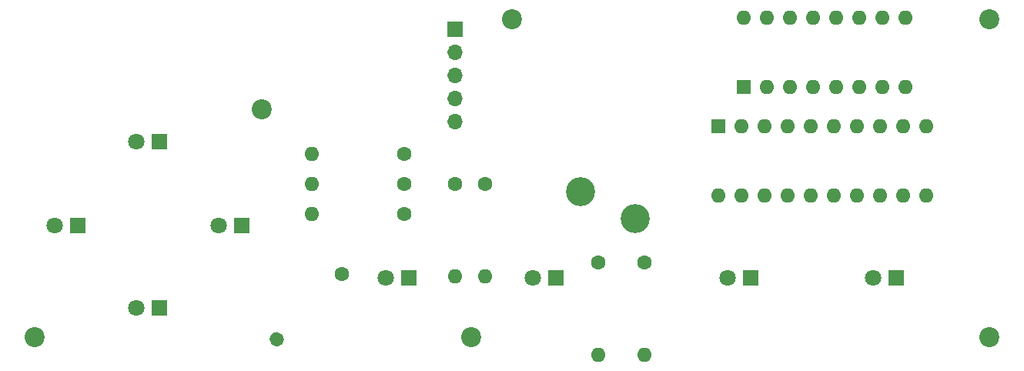
<source format=gbs>
%TF.GenerationSoftware,KiCad,Pcbnew,5.1.10-88a1d61d58~88~ubuntu20.04.1*%
%TF.CreationDate,2021-05-28T03:57:09-05:00*%
%TF.ProjectId,vizboard-nes,76697a62-6f61-4726-942d-6e65732e6b69,rev?*%
%TF.SameCoordinates,Original*%
%TF.FileFunction,Soldermask,Bot*%
%TF.FilePolarity,Negative*%
%FSLAX46Y46*%
G04 Gerber Fmt 4.6, Leading zero omitted, Abs format (unit mm)*
G04 Created by KiCad (PCBNEW 5.1.10-88a1d61d58~88~ubuntu20.04.1) date 2021-05-28 03:57:09*
%MOMM*%
%LPD*%
G01*
G04 APERTURE LIST*
%ADD10C,2.200000*%
%ADD11C,3.200000*%
%ADD12O,1.600000X1.600000*%
%ADD13R,1.600000X1.600000*%
%ADD14C,1.600000*%
%ADD15O,1.700000X1.700000*%
%ADD16R,1.700000X1.700000*%
%ADD17C,1.800000*%
%ADD18R,1.800000X1.800000*%
G04 APERTURE END LIST*
D10*
%TO.C,REF\u002A\u002A*%
X103709500Y-77242500D03*
%TD*%
%TO.C,REF\u002A\u002A*%
X131205000Y-67273000D03*
%TD*%
%TO.C,REF\u002A\u002A*%
X183719500Y-67273000D03*
%TD*%
%TO.C,REF\u002A\u002A*%
X183719500Y-102261500D03*
%TD*%
%TO.C,REF\u002A\u002A*%
X78690500Y-102261500D03*
%TD*%
%TO.C,REF\u002A\u002A*%
X126696500Y-102261500D03*
%TD*%
D11*
%TO.C,REF\u002A\u002A*%
X144717800Y-89244000D03*
%TD*%
%TO.C,REF\u002A\u002A*%
X138723400Y-86246800D03*
%TD*%
D12*
%TO.C,U2*%
X153938000Y-86704000D03*
X176798000Y-79084000D03*
X156478000Y-86704000D03*
X174258000Y-79084000D03*
X159018000Y-86704000D03*
X171718000Y-79084000D03*
X161558000Y-86704000D03*
X169178000Y-79084000D03*
X164098000Y-86704000D03*
X166638000Y-79084000D03*
X166638000Y-86704000D03*
X164098000Y-79084000D03*
X169178000Y-86704000D03*
X161558000Y-79084000D03*
X171718000Y-86704000D03*
X159018000Y-79084000D03*
X174258000Y-86704000D03*
X156478000Y-79084000D03*
X176798000Y-86704000D03*
D13*
X153938000Y-79084000D03*
%TD*%
D12*
%TO.C,U1*%
X156732000Y-67146000D03*
X174512000Y-74766000D03*
X159272000Y-67146000D03*
X171972000Y-74766000D03*
X161812000Y-67146000D03*
X169432000Y-74766000D03*
X164352000Y-67146000D03*
X166892000Y-74766000D03*
X166892000Y-67146000D03*
X164352000Y-74766000D03*
X169432000Y-67146000D03*
X161812000Y-74766000D03*
X171972000Y-67146000D03*
X159272000Y-74766000D03*
X174512000Y-67146000D03*
D13*
X156732000Y-74766000D03*
%TD*%
D12*
%TO.C,R8*%
X145810000Y-104230000D03*
D14*
X145810000Y-94070000D03*
%TD*%
D12*
%TO.C,R7*%
X140730000Y-104230000D03*
D14*
X140730000Y-94070000D03*
%TD*%
D12*
%TO.C,R6*%
X124982000Y-95594000D03*
D14*
X124982000Y-85434000D03*
%TD*%
D12*
%TO.C,R5*%
X128284000Y-95594000D03*
D14*
X128284000Y-85434000D03*
%TD*%
D12*
%TO.C,R4*%
X109234000Y-82132000D03*
D14*
X119394000Y-82132000D03*
%TD*%
%TO.C,R3*%
G36*
G01*
X105917480Y-101958520D02*
X105917480Y-101958520D01*
G75*
G02*
X105917480Y-103089890I-565685J-565685D01*
G01*
X105917480Y-103089890D01*
G75*
G02*
X104786110Y-103089890I-565685J565685D01*
G01*
X104786110Y-103089890D01*
G75*
G02*
X104786110Y-101958520I565685J565685D01*
G01*
X104786110Y-101958520D01*
G75*
G02*
X105917480Y-101958520I565685J-565685D01*
G01*
G37*
X112536000Y-95340000D03*
%TD*%
D12*
%TO.C,R2*%
X109234000Y-88736000D03*
D14*
X119394000Y-88736000D03*
%TD*%
D12*
%TO.C,R1*%
X109234000Y-85434000D03*
D14*
X119394000Y-85434000D03*
%TD*%
D15*
%TO.C,J1*%
X124982000Y-78576000D03*
X124982000Y-76036000D03*
X124982000Y-73496000D03*
X124982000Y-70956000D03*
D16*
X124982000Y-68416000D03*
%TD*%
D17*
%TO.C,D8*%
X170956000Y-95721000D03*
D18*
X173496000Y-95721000D03*
%TD*%
D17*
%TO.C,D7*%
X154954000Y-95721000D03*
D18*
X157494000Y-95721000D03*
%TD*%
D17*
%TO.C,D6*%
X117362000Y-95721000D03*
D18*
X119902000Y-95721000D03*
%TD*%
D17*
%TO.C,D5*%
X133491000Y-95721000D03*
D18*
X136031000Y-95721000D03*
%TD*%
D17*
%TO.C,D4*%
X89930000Y-80735000D03*
D18*
X92470000Y-80735000D03*
%TD*%
D17*
%TO.C,D3*%
X89930000Y-99023000D03*
D18*
X92470000Y-99023000D03*
%TD*%
D17*
%TO.C,D2*%
X80913000Y-90006000D03*
D18*
X83453000Y-90006000D03*
%TD*%
D17*
%TO.C,D1*%
X98947000Y-90006000D03*
D18*
X101487000Y-90006000D03*
%TD*%
M02*

</source>
